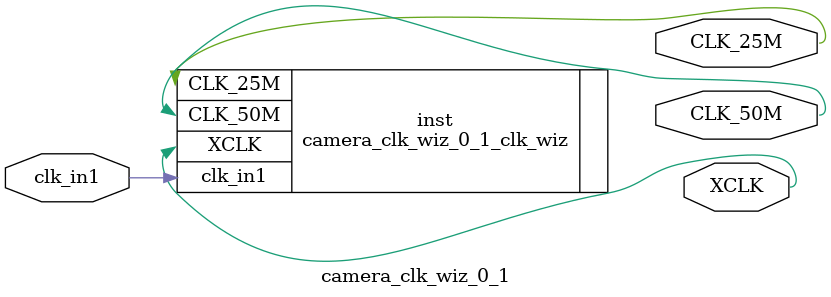
<source format=v>


`timescale 1ps/1ps

(* CORE_GENERATION_INFO = "camera_clk_wiz_0_1,clk_wiz_v6_0_1_0_0,{component_name=camera_clk_wiz_0_1,use_phase_alignment=true,use_min_o_jitter=false,use_max_i_jitter=false,use_dyn_phase_shift=false,use_inclk_switchover=false,use_dyn_reconfig=false,enable_axi=0,feedback_source=FDBK_AUTO,PRIMITIVE=MMCM,num_out_clk=3,clkin1_period=8.0,clkin2_period=10.0,use_power_down=false,use_reset=false,use_locked=false,use_inclk_stopped=false,feedback_type=SINGLE,CLOCK_MGR_TYPE=NA,manual_override=false}" *)

module camera_clk_wiz_0_1 
 (
  // Clock out ports
  output        CLK_25M,
  output        CLK_50M,
  output        XCLK,
 // Clock in ports
  input         clk_in1
 );

  camera_clk_wiz_0_1_clk_wiz inst
  (
  // Clock out ports  
  .CLK_25M(CLK_25M),
  .CLK_50M(CLK_50M),
  .XCLK(XCLK),
 // Clock in ports
  .clk_in1(clk_in1)
  );

endmodule

</source>
